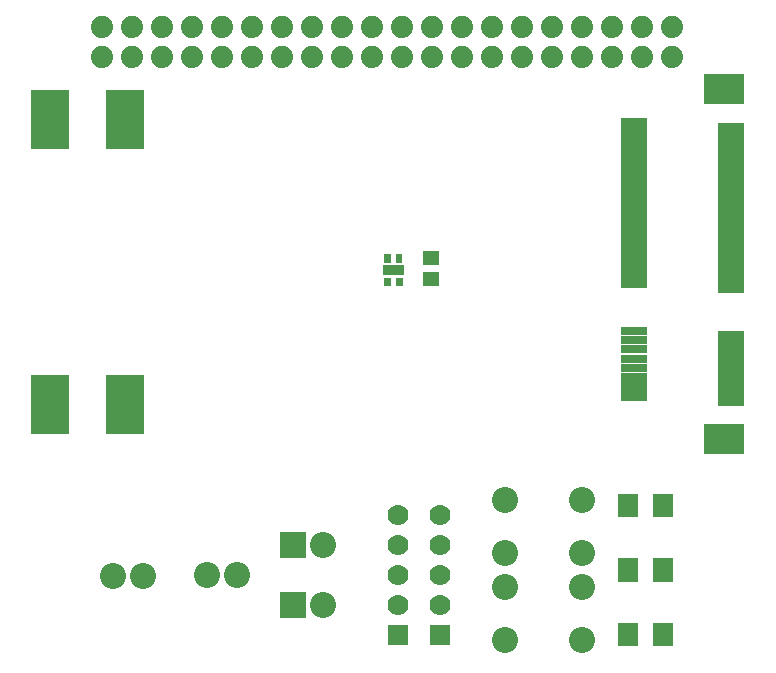
<source format=gts>
G04 Layer: TopSolderMaskLayer*
G04 EasyEDA v6.3.39, 2020-04-29T00:00:54+01:00*
G04 38e1d9d995c248c0af5722392e401878,0b17d191cf8f41b9921c3230ced7432e,10*
G04 Gerber Generator version 0.2*
G04 Scale: 100 percent, Rotated: No, Reflected: No *
G04 Dimensions in millimeters *
G04 leading zeros omitted , absolute positions ,3 integer and 3 decimal *
%FSLAX33Y33*%
%MOMM*%
G90*
G71D02*

%ADD47C,2.203196*%
%ADD50C,1.879600*%
%ADD52C,1.778000*%
%ADD53R,1.778000X1.778000*%
%ADD56R,2.203196X0.803148*%

%LPD*%
G36*
G01X23395Y3771D02*
G01X23395Y5976D01*
G01X25600Y5976D01*
G01X25600Y3771D01*
G01X23395Y3771D01*
G37*
G54D47*
G01X27038Y4874D03*
G36*
G01X33225Y33822D02*
G01X33225Y34574D01*
G01X33779Y34574D01*
G01X33779Y33822D01*
G01X33225Y33822D01*
G37*
G36*
G01X32230Y33817D02*
G01X32230Y34569D01*
G01X32783Y34569D01*
G01X32783Y33817D01*
G01X32230Y33817D01*
G37*
G36*
G01X32230Y31816D02*
G01X32230Y32567D01*
G01X32783Y32567D01*
G01X32783Y31816D01*
G01X32230Y31816D01*
G37*
G36*
G01X33230Y31816D02*
G01X33230Y32567D01*
G01X33784Y32567D01*
G01X33784Y31816D01*
G01X33230Y31816D01*
G37*
G36*
G01X32100Y32745D02*
G01X32100Y33649D01*
G01X33903Y33649D01*
G01X33903Y32745D01*
G01X32100Y32745D01*
G37*
G54D50*
G01X8370Y51230D03*
G01X8370Y53769D03*
G01X10910Y51230D03*
G01X10910Y53769D03*
G01X13450Y51230D03*
G01X13450Y53769D03*
G01X15990Y51230D03*
G01X15990Y53769D03*
G01X18530Y51230D03*
G01X18530Y53769D03*
G01X21070Y51230D03*
G01X21070Y53769D03*
G01X23610Y51230D03*
G01X23610Y53769D03*
G01X26150Y51230D03*
G01X26150Y53769D03*
G01X28690Y51230D03*
G01X28690Y53769D03*
G01X31230Y51230D03*
G01X31230Y53769D03*
G01X33769Y51230D03*
G01X33769Y53769D03*
G01X36309Y51230D03*
G01X36309Y53769D03*
G01X38849Y51230D03*
G01X38849Y53769D03*
G01X41389Y51230D03*
G01X41389Y53769D03*
G01X43929Y51230D03*
G01X43929Y53769D03*
G01X46469Y51230D03*
G01X46469Y53769D03*
G01X49009Y51230D03*
G01X49009Y53769D03*
G01X51549Y51230D03*
G01X51549Y53769D03*
G01X54089Y51230D03*
G01X54089Y53769D03*
G01X56629Y51230D03*
G01X56629Y53769D03*
G36*
G01X54991Y6794D02*
G01X54991Y8796D01*
G01X56695Y8796D01*
G01X56695Y6794D01*
G01X54991Y6794D01*
G37*
G36*
G01X51991Y6794D02*
G01X51991Y8796D01*
G01X53695Y8796D01*
G01X53695Y6794D01*
G01X51991Y6794D01*
G37*
G36*
G01X54991Y12255D02*
G01X54991Y14257D01*
G01X56695Y14257D01*
G01X56695Y12255D01*
G01X54991Y12255D01*
G37*
G36*
G01X51991Y12255D02*
G01X51991Y14257D01*
G01X53695Y14257D01*
G01X53695Y12255D01*
G01X51991Y12255D01*
G37*
G54D47*
G01X42457Y9228D03*
G01X48957Y9228D03*
G01X48957Y13728D03*
G01X42457Y13728D03*
G01X42457Y1862D03*
G01X48957Y1862D03*
G01X48957Y6362D03*
G01X42457Y6362D03*
G54D52*
G01X33388Y12494D03*
G01X33388Y9954D03*
G01X33388Y7414D03*
G01X33388Y4874D03*
G54D53*
G01X33388Y2334D03*
G54D52*
G01X36944Y12494D03*
G01X36944Y9954D03*
G01X36944Y7414D03*
G01X36944Y4874D03*
G54D53*
G01X36944Y2334D03*
G36*
G01X54991Y1333D02*
G01X54991Y3335D01*
G01X56695Y3335D01*
G01X56695Y1333D01*
G01X54991Y1333D01*
G37*
G36*
G01X51991Y1333D02*
G01X51991Y3335D01*
G01X53695Y3335D01*
G01X53695Y1333D01*
G01X51991Y1333D01*
G37*
G36*
G01X35529Y33619D02*
G01X35529Y34823D01*
G01X36835Y34823D01*
G01X36835Y33619D01*
G01X35529Y33619D01*
G37*
G36*
G01X35529Y31821D02*
G01X35529Y33022D01*
G01X36835Y33022D01*
G01X36835Y31821D01*
G01X35529Y31821D01*
G37*
G36*
G01X23395Y8851D02*
G01X23395Y11056D01*
G01X25600Y11056D01*
G01X25600Y8851D01*
G01X23395Y8851D01*
G37*
G54D47*
G01X27038Y9954D03*
G01X9258Y7287D03*
G01X11798Y7287D03*
G01X17259Y7414D03*
G01X19799Y7414D03*
G36*
G01X59316Y17632D02*
G01X59316Y20134D01*
G01X62720Y20134D01*
G01X62720Y17632D01*
G01X59316Y17632D01*
G37*
G36*
G01X59316Y47282D02*
G01X59316Y49786D01*
G01X62720Y49786D01*
G01X62720Y47282D01*
G01X59316Y47282D01*
G37*
G36*
G01X60518Y21681D02*
G01X60518Y22486D01*
G01X62720Y22486D01*
G01X62720Y21681D01*
G01X60518Y21681D01*
G37*
G36*
G01X60518Y22481D02*
G01X60518Y23286D01*
G01X62720Y23286D01*
G01X62720Y22481D01*
G01X60518Y22481D01*
G37*
G36*
G01X60518Y23281D02*
G01X60518Y24086D01*
G01X62720Y24086D01*
G01X62720Y23281D01*
G01X60518Y23281D01*
G37*
G36*
G01X60518Y24081D02*
G01X60518Y24886D01*
G01X62720Y24886D01*
G01X62720Y24081D01*
G01X60518Y24081D01*
G37*
G36*
G01X60518Y24881D02*
G01X60518Y25684D01*
G01X62720Y25684D01*
G01X62720Y24881D01*
G01X60518Y24881D01*
G37*
G36*
G01X60518Y25681D02*
G01X60518Y26484D01*
G01X62720Y26484D01*
G01X62720Y25681D01*
G01X60518Y25681D01*
G37*
G36*
G01X60518Y26482D02*
G01X60518Y27284D01*
G01X62720Y27284D01*
G01X62720Y26482D01*
G01X60518Y26482D01*
G37*
G36*
G01X60518Y27282D02*
G01X60518Y28084D01*
G01X62720Y28084D01*
G01X62720Y27282D01*
G01X60518Y27282D01*
G37*
G36*
G01X52316Y22082D02*
G01X52316Y22885D01*
G01X54521Y22885D01*
G01X54521Y22082D01*
G01X52316Y22082D01*
G37*
G36*
G01X52316Y22882D02*
G01X52316Y23685D01*
G01X54521Y23685D01*
G01X54521Y22882D01*
G01X52316Y22882D01*
G37*
G36*
G01X52316Y23682D02*
G01X52316Y24485D01*
G01X54521Y24485D01*
G01X54521Y23682D01*
G01X52316Y23682D01*
G37*
G54D56*
G01X53418Y24884D03*
G01X53418Y25684D03*
G01X53418Y26484D03*
G01X53418Y27284D03*
G01X53418Y28084D03*
G36*
G01X60518Y31282D02*
G01X60518Y32085D01*
G01X62720Y32085D01*
G01X62720Y31282D01*
G01X60518Y31282D01*
G37*
G36*
G01X52316Y31681D02*
G01X52316Y32486D01*
G01X54521Y32486D01*
G01X54521Y31681D01*
G01X52316Y31681D01*
G37*
G36*
G01X52316Y32481D02*
G01X52316Y33286D01*
G01X54521Y33286D01*
G01X54521Y32481D01*
G01X52316Y32481D01*
G37*
G36*
G01X52316Y33281D02*
G01X52316Y34086D01*
G01X54521Y34086D01*
G01X54521Y33281D01*
G01X52316Y33281D01*
G37*
G36*
G01X52318Y34084D02*
G01X52318Y34886D01*
G01X54521Y34886D01*
G01X54521Y34084D01*
G01X52318Y34084D01*
G37*
G36*
G01X52318Y34884D02*
G01X52318Y35687D01*
G01X54521Y35687D01*
G01X54521Y34884D01*
G01X52318Y34884D01*
G37*
G36*
G01X52318Y35684D02*
G01X52318Y36487D01*
G01X54521Y36487D01*
G01X54521Y35684D01*
G01X52318Y35684D01*
G37*
G36*
G01X52318Y36484D02*
G01X52318Y37287D01*
G01X54521Y37287D01*
G01X54521Y36484D01*
G01X52318Y36484D01*
G37*
G36*
G01X52318Y37284D02*
G01X52318Y38087D01*
G01X54521Y38087D01*
G01X54521Y37284D01*
G01X52318Y37284D01*
G37*
G36*
G01X52318Y38084D02*
G01X52318Y38887D01*
G01X54521Y38887D01*
G01X54521Y38084D01*
G01X52318Y38084D01*
G37*
G36*
G01X52318Y38884D02*
G01X52318Y39687D01*
G01X54521Y39687D01*
G01X54521Y38884D01*
G01X52318Y38884D01*
G37*
G36*
G01X52318Y39684D02*
G01X52318Y40487D01*
G01X54521Y40487D01*
G01X54521Y39684D01*
G01X52318Y39684D01*
G37*
G36*
G01X52318Y40485D02*
G01X52318Y41287D01*
G01X54521Y41287D01*
G01X54521Y40485D01*
G01X52318Y40485D01*
G37*
G36*
G01X52318Y41285D02*
G01X52318Y42087D01*
G01X54521Y42087D01*
G01X54521Y41285D01*
G01X52318Y41285D01*
G37*
G36*
G01X52318Y42085D02*
G01X52318Y42887D01*
G01X54521Y42887D01*
G01X54521Y42085D01*
G01X52318Y42085D01*
G37*
G36*
G01X52318Y42885D02*
G01X52318Y43688D01*
G01X54521Y43688D01*
G01X54521Y42885D01*
G01X52318Y42885D01*
G37*
G36*
G01X52318Y43685D02*
G01X52318Y44488D01*
G01X54521Y44488D01*
G01X54521Y43685D01*
G01X52318Y43685D01*
G37*
G36*
G01X52318Y44485D02*
G01X52318Y45288D01*
G01X54521Y45288D01*
G01X54521Y44485D01*
G01X52318Y44485D01*
G37*
G36*
G01X52318Y45285D02*
G01X52318Y46088D01*
G01X54521Y46088D01*
G01X54521Y45285D01*
G01X52318Y45285D01*
G37*
G36*
G01X60518Y32082D02*
G01X60518Y32885D01*
G01X62720Y32885D01*
G01X62720Y32082D01*
G01X60518Y32082D01*
G37*
G36*
G01X60518Y32882D02*
G01X60518Y33685D01*
G01X62720Y33685D01*
G01X62720Y32882D01*
G01X60518Y32882D01*
G37*
G36*
G01X60518Y33682D02*
G01X60518Y34485D01*
G01X62720Y34485D01*
G01X62720Y33682D01*
G01X60518Y33682D01*
G37*
G36*
G01X60518Y34483D02*
G01X60518Y35285D01*
G01X62720Y35285D01*
G01X62720Y34483D01*
G01X60518Y34483D01*
G37*
G36*
G01X60518Y35283D02*
G01X60518Y36085D01*
G01X62720Y36085D01*
G01X62720Y35283D01*
G01X60518Y35283D01*
G37*
G36*
G01X60518Y36083D02*
G01X60518Y36885D01*
G01X62720Y36885D01*
G01X62720Y36083D01*
G01X60518Y36083D01*
G37*
G36*
G01X60518Y36883D02*
G01X60518Y37685D01*
G01X62720Y37685D01*
G01X62720Y36883D01*
G01X60518Y36883D01*
G37*
G36*
G01X60518Y37683D02*
G01X60518Y38486D01*
G01X62720Y38486D01*
G01X62720Y37683D01*
G01X60518Y37683D01*
G37*
G36*
G01X60518Y38483D02*
G01X60518Y39286D01*
G01X62720Y39286D01*
G01X62720Y38483D01*
G01X60518Y38483D01*
G37*
G36*
G01X60518Y39283D02*
G01X60518Y40086D01*
G01X62720Y40086D01*
G01X62720Y39283D01*
G01X60518Y39283D01*
G37*
G36*
G01X60518Y40083D02*
G01X60518Y40886D01*
G01X62720Y40886D01*
G01X62720Y40083D01*
G01X60518Y40083D01*
G37*
G36*
G01X60518Y40881D02*
G01X60518Y41686D01*
G01X62720Y41686D01*
G01X62720Y40881D01*
G01X60518Y40881D01*
G37*
G36*
G01X60518Y41681D02*
G01X60518Y42486D01*
G01X62720Y42486D01*
G01X62720Y41681D01*
G01X60518Y41681D01*
G37*
G36*
G01X60518Y42481D02*
G01X60518Y43286D01*
G01X62720Y43286D01*
G01X62720Y42481D01*
G01X60518Y42481D01*
G37*
G36*
G01X60518Y43281D02*
G01X60518Y44086D01*
G01X62720Y44086D01*
G01X62720Y43281D01*
G01X60518Y43281D01*
G37*
G36*
G01X60518Y44081D02*
G01X60518Y44886D01*
G01X62720Y44886D01*
G01X62720Y44081D01*
G01X60518Y44081D01*
G37*
G36*
G01X60518Y44881D02*
G01X60518Y45684D01*
G01X62720Y45684D01*
G01X62720Y44881D01*
G01X60518Y44881D01*
G37*
G36*
G01X8666Y19283D02*
G01X8666Y24284D01*
G01X11869Y24284D01*
G01X11869Y19283D01*
G01X8666Y19283D01*
G37*
G36*
G01X2367Y19283D02*
G01X2367Y24284D01*
G01X5570Y24284D01*
G01X5570Y19283D01*
G01X2367Y19283D01*
G37*
G36*
G01X2367Y43482D02*
G01X2367Y48486D01*
G01X5570Y48486D01*
G01X5570Y43482D01*
G01X2367Y43482D01*
G37*
G36*
G01X8666Y43482D02*
G01X8666Y48486D01*
G01X11869Y48486D01*
G01X11869Y43482D01*
G01X8666Y43482D01*
G37*
M00*
M02*

</source>
